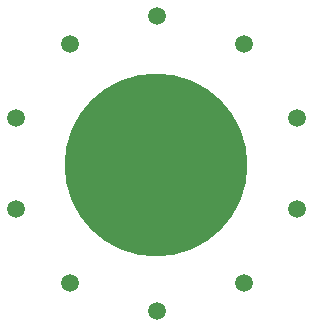
<source format=gbr>
%TF.GenerationSoftware,KiCad,Pcbnew,7.0.1*%
%TF.CreationDate,2023-04-25T20:04:54+01:00*%
%TF.ProjectId,BreakawayConnector_2,42726561-6b61-4776-9179-436f6e6e6563,rev?*%
%TF.SameCoordinates,Original*%
%TF.FileFunction,Copper,L2,Bot*%
%TF.FilePolarity,Positive*%
%FSLAX46Y46*%
G04 Gerber Fmt 4.6, Leading zero omitted, Abs format (unit mm)*
G04 Created by KiCad (PCBNEW 7.0.1) date 2023-04-25 20:04:54*
%MOMM*%
%LPD*%
G01*
G04 APERTURE LIST*
%TA.AperFunction,ComponentPad*%
%ADD10C,1.500000*%
%TD*%
%TA.AperFunction,ViaPad*%
%ADD11C,15.500000*%
%TD*%
G04 APERTURE END LIST*
D10*
%TO.P,J2,1,Pin_1*%
%TO.N,GND*%
X100000000Y-112500000D03*
%TO.P,J2,2,Pin_2*%
%TO.N,DET_out*%
X92652700Y-110112700D03*
%TO.P,J2,3,Pin_3*%
%TO.N,DET_in*%
X88111800Y-103862700D03*
%TO.P,J2,4,Pin_4*%
%TO.N,CLK_2*%
X88111800Y-96137300D03*
%TO.P,J2,5,Pin_5*%
%TO.N,MISO_2*%
X92652700Y-89887300D03*
%TO.P,J2,6,Pin_6*%
%TO.N,MOSI_2*%
X100000000Y-87500000D03*
%TO.P,J2,7,Pin_7*%
%TO.N,CLK_1*%
X107347300Y-89887300D03*
%TO.P,J2,8,Pin_8*%
%TO.N,MISO_1*%
X111888200Y-96137300D03*
%TO.P,J2,9,Pin_9*%
%TO.N,MOSI_1*%
X111888200Y-103862700D03*
%TO.P,J2,10,Pin_10*%
%TO.N,Vin*%
X107347300Y-110112700D03*
%TD*%
D11*
%TO.N,*%
X99949000Y-100076000D03*
%TD*%
M02*

</source>
